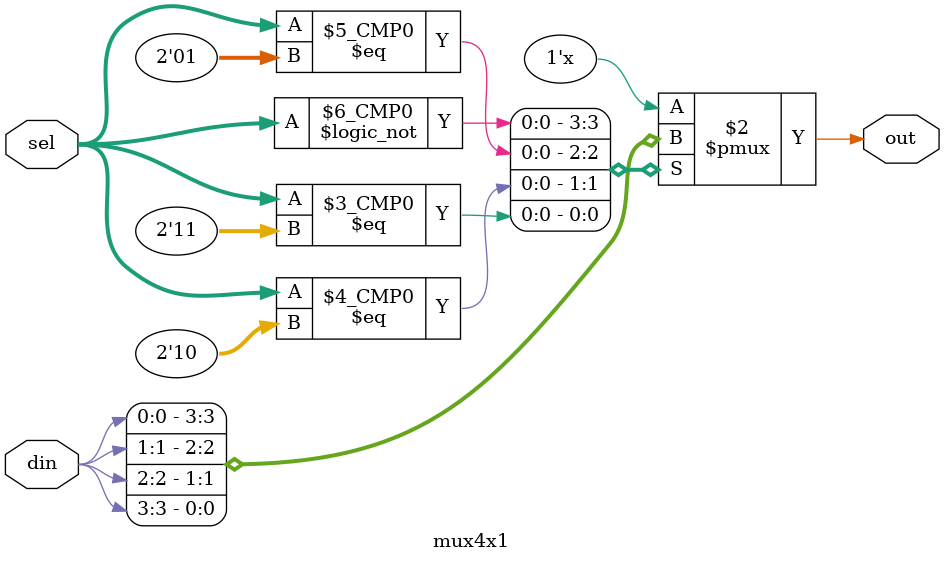
<source format=v>
module mux4x1(input [3:0]din,
        input [1:0]sel,
        output reg out);

always@(*)
begin
        case(sel)
                2'b00: out<=din[0];
                2'b01: out<=din[1];
                2'b10: out<=din[2];
                2'b11: out<=din[3];
        endcase
end
endmodule

</source>
